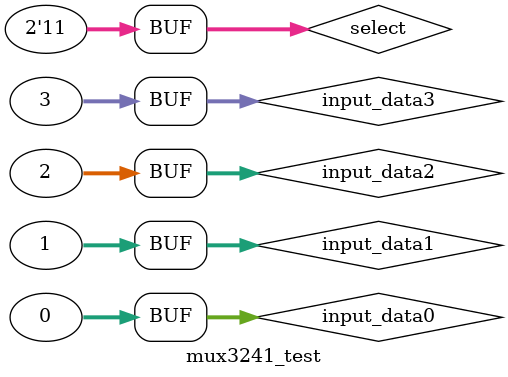
<source format=v>
`timescale 1ns / 1ps


module mux3241_test;

	// Inputs
	reg [31:0] input_data0;
	reg [31:0] input_data1;
	reg [31:0] input_data2;
	reg [31:0] input_data3;
	reg [1:0] select;

	// Outputs
	wire [31:0] output_data;

	// Instantiate the Unit Under Test (UUT)
	MUX3241 uut (
		.input_data0(input_data0), 
		.input_data1(input_data1), 
		.input_data2(input_data2), 
		.input_data3(input_data3), 
		.select(select), 
		.output_data(output_data)
	);

	initial begin
		// Initialize Inputs
		input_data0 = 32'h00000000;
		input_data1 = 32'h00000001;
		input_data2 = 32'h00000002;
		input_data3 = 32'h00000003;
		select = 2'b00;
		// Wait 100 ns for global reset to finish
		#10
      select = 2'b01;
		#10
      select = 2'b10;
		#10
      select = 2'b11;
		// Add stimulus here

	end
      
endmodule


</source>
